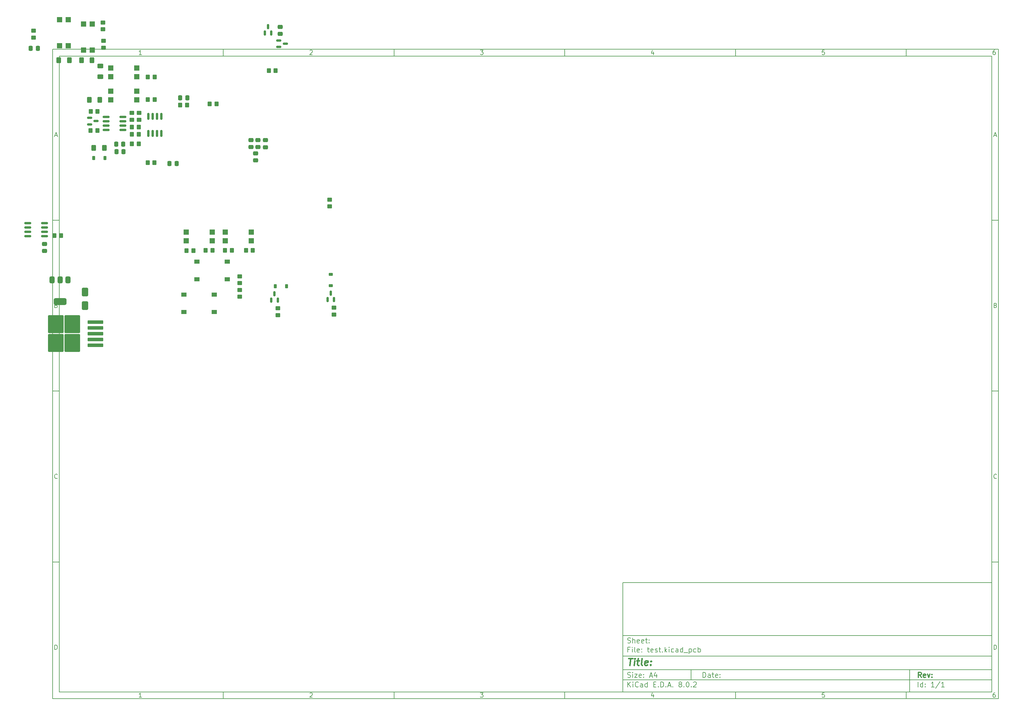
<source format=gbr>
%TF.GenerationSoftware,KiCad,Pcbnew,8.0.2-8.0.2-0~ubuntu22.04.1*%
%TF.CreationDate,2024-05-24T20:00:57+03:30*%
%TF.ProjectId,test,74657374-2e6b-4696-9361-645f70636258,rev?*%
%TF.SameCoordinates,Original*%
%TF.FileFunction,Paste,Bot*%
%TF.FilePolarity,Positive*%
%FSLAX46Y46*%
G04 Gerber Fmt 4.6, Leading zero omitted, Abs format (unit mm)*
G04 Created by KiCad (PCBNEW 8.0.2-8.0.2-0~ubuntu22.04.1) date 2024-05-24 20:00:57*
%MOMM*%
%LPD*%
G01*
G04 APERTURE LIST*
G04 Aperture macros list*
%AMRoundRect*
0 Rectangle with rounded corners*
0 $1 Rounding radius*
0 $2 $3 $4 $5 $6 $7 $8 $9 X,Y pos of 4 corners*
0 Add a 4 corners polygon primitive as box body*
4,1,4,$2,$3,$4,$5,$6,$7,$8,$9,$2,$3,0*
0 Add four circle primitives for the rounded corners*
1,1,$1+$1,$2,$3*
1,1,$1+$1,$4,$5*
1,1,$1+$1,$6,$7*
1,1,$1+$1,$8,$9*
0 Add four rect primitives between the rounded corners*
20,1,$1+$1,$2,$3,$4,$5,0*
20,1,$1+$1,$4,$5,$6,$7,0*
20,1,$1+$1,$6,$7,$8,$9,0*
20,1,$1+$1,$8,$9,$2,$3,0*%
G04 Aperture macros list end*
%ADD10C,0.100000*%
%ADD11C,0.150000*%
%ADD12C,0.300000*%
%ADD13C,0.400000*%
%ADD14RoundRect,0.375000X-0.375000X0.625000X-0.375000X-0.625000X0.375000X-0.625000X0.375000X0.625000X0*%
%ADD15RoundRect,0.500000X-1.400000X0.500000X-1.400000X-0.500000X1.400000X-0.500000X1.400000X0.500000X0*%
%ADD16RoundRect,0.250000X-0.450000X0.350000X-0.450000X-0.350000X0.450000X-0.350000X0.450000X0.350000X0*%
%ADD17RoundRect,0.150000X-0.587500X-0.150000X0.587500X-0.150000X0.587500X0.150000X-0.587500X0.150000X0*%
%ADD18R,1.600000X1.600000*%
%ADD19RoundRect,0.250000X0.450000X-0.350000X0.450000X0.350000X-0.450000X0.350000X-0.450000X-0.350000X0*%
%ADD20R,1.500000X1.300000*%
%ADD21RoundRect,0.250000X-0.400000X-0.625000X0.400000X-0.625000X0.400000X0.625000X-0.400000X0.625000X0*%
%ADD22RoundRect,0.250000X0.350000X0.450000X-0.350000X0.450000X-0.350000X-0.450000X0.350000X-0.450000X0*%
%ADD23RoundRect,0.225000X-0.375000X0.225000X-0.375000X-0.225000X0.375000X-0.225000X0.375000X0.225000X0*%
%ADD24RoundRect,0.250000X0.337500X0.475000X-0.337500X0.475000X-0.337500X-0.475000X0.337500X-0.475000X0*%
%ADD25RoundRect,0.150000X0.150000X-0.587500X0.150000X0.587500X-0.150000X0.587500X-0.150000X-0.587500X0*%
%ADD26RoundRect,0.250000X0.475000X-0.337500X0.475000X0.337500X-0.475000X0.337500X-0.475000X-0.337500X0*%
%ADD27RoundRect,0.150000X-0.825000X-0.150000X0.825000X-0.150000X0.825000X0.150000X-0.825000X0.150000X0*%
%ADD28RoundRect,0.250000X-0.625000X0.400000X-0.625000X-0.400000X0.625000X-0.400000X0.625000X0.400000X0*%
%ADD29RoundRect,0.250000X2.050000X0.300000X-2.050000X0.300000X-2.050000X-0.300000X2.050000X-0.300000X0*%
%ADD30RoundRect,0.250000X2.025000X2.375000X-2.025000X2.375000X-2.025000X-2.375000X2.025000X-2.375000X0*%
%ADD31RoundRect,0.250000X-0.350000X-0.450000X0.350000X-0.450000X0.350000X0.450000X-0.350000X0.450000X0*%
%ADD32RoundRect,0.225000X0.225000X0.375000X-0.225000X0.375000X-0.225000X-0.375000X0.225000X-0.375000X0*%
%ADD33RoundRect,0.250000X0.400000X0.625000X-0.400000X0.625000X-0.400000X-0.625000X0.400000X-0.625000X0*%
%ADD34RoundRect,0.250000X-0.475000X0.337500X-0.475000X-0.337500X0.475000X-0.337500X0.475000X0.337500X0*%
%ADD35RoundRect,0.250000X-0.337500X-0.475000X0.337500X-0.475000X0.337500X0.475000X-0.337500X0.475000X0*%
%ADD36RoundRect,0.225000X-0.225000X-0.375000X0.225000X-0.375000X0.225000X0.375000X-0.225000X0.375000X0*%
%ADD37RoundRect,0.150000X-0.150000X0.825000X-0.150000X-0.825000X0.150000X-0.825000X0.150000X0.825000X0*%
%ADD38RoundRect,0.150000X0.825000X0.150000X-0.825000X0.150000X-0.825000X-0.150000X0.825000X-0.150000X0*%
%ADD39RoundRect,0.250000X0.650000X-1.000000X0.650000X1.000000X-0.650000X1.000000X-0.650000X-1.000000X0*%
G04 APERTURE END LIST*
D10*
D11*
X177002200Y-166007200D02*
X285002200Y-166007200D01*
X285002200Y-198007200D01*
X177002200Y-198007200D01*
X177002200Y-166007200D01*
D10*
D11*
X10000000Y-10000000D02*
X287002200Y-10000000D01*
X287002200Y-200007200D01*
X10000000Y-200007200D01*
X10000000Y-10000000D01*
D10*
D11*
X12000000Y-12000000D02*
X285002200Y-12000000D01*
X285002200Y-198007200D01*
X12000000Y-198007200D01*
X12000000Y-12000000D01*
D10*
D11*
X60000000Y-12000000D02*
X60000000Y-10000000D01*
D10*
D11*
X110000000Y-12000000D02*
X110000000Y-10000000D01*
D10*
D11*
X160000000Y-12000000D02*
X160000000Y-10000000D01*
D10*
D11*
X210000000Y-12000000D02*
X210000000Y-10000000D01*
D10*
D11*
X260000000Y-12000000D02*
X260000000Y-10000000D01*
D10*
D11*
X36089160Y-11593604D02*
X35346303Y-11593604D01*
X35717731Y-11593604D02*
X35717731Y-10293604D01*
X35717731Y-10293604D02*
X35593922Y-10479319D01*
X35593922Y-10479319D02*
X35470112Y-10603128D01*
X35470112Y-10603128D02*
X35346303Y-10665033D01*
D10*
D11*
X85346303Y-10417414D02*
X85408207Y-10355509D01*
X85408207Y-10355509D02*
X85532017Y-10293604D01*
X85532017Y-10293604D02*
X85841541Y-10293604D01*
X85841541Y-10293604D02*
X85965350Y-10355509D01*
X85965350Y-10355509D02*
X86027255Y-10417414D01*
X86027255Y-10417414D02*
X86089160Y-10541223D01*
X86089160Y-10541223D02*
X86089160Y-10665033D01*
X86089160Y-10665033D02*
X86027255Y-10850747D01*
X86027255Y-10850747D02*
X85284398Y-11593604D01*
X85284398Y-11593604D02*
X86089160Y-11593604D01*
D10*
D11*
X135284398Y-10293604D02*
X136089160Y-10293604D01*
X136089160Y-10293604D02*
X135655826Y-10788842D01*
X135655826Y-10788842D02*
X135841541Y-10788842D01*
X135841541Y-10788842D02*
X135965350Y-10850747D01*
X135965350Y-10850747D02*
X136027255Y-10912652D01*
X136027255Y-10912652D02*
X136089160Y-11036461D01*
X136089160Y-11036461D02*
X136089160Y-11345985D01*
X136089160Y-11345985D02*
X136027255Y-11469795D01*
X136027255Y-11469795D02*
X135965350Y-11531700D01*
X135965350Y-11531700D02*
X135841541Y-11593604D01*
X135841541Y-11593604D02*
X135470112Y-11593604D01*
X135470112Y-11593604D02*
X135346303Y-11531700D01*
X135346303Y-11531700D02*
X135284398Y-11469795D01*
D10*
D11*
X185965350Y-10726938D02*
X185965350Y-11593604D01*
X185655826Y-10231700D02*
X185346303Y-11160271D01*
X185346303Y-11160271D02*
X186151064Y-11160271D01*
D10*
D11*
X236027255Y-10293604D02*
X235408207Y-10293604D01*
X235408207Y-10293604D02*
X235346303Y-10912652D01*
X235346303Y-10912652D02*
X235408207Y-10850747D01*
X235408207Y-10850747D02*
X235532017Y-10788842D01*
X235532017Y-10788842D02*
X235841541Y-10788842D01*
X235841541Y-10788842D02*
X235965350Y-10850747D01*
X235965350Y-10850747D02*
X236027255Y-10912652D01*
X236027255Y-10912652D02*
X236089160Y-11036461D01*
X236089160Y-11036461D02*
X236089160Y-11345985D01*
X236089160Y-11345985D02*
X236027255Y-11469795D01*
X236027255Y-11469795D02*
X235965350Y-11531700D01*
X235965350Y-11531700D02*
X235841541Y-11593604D01*
X235841541Y-11593604D02*
X235532017Y-11593604D01*
X235532017Y-11593604D02*
X235408207Y-11531700D01*
X235408207Y-11531700D02*
X235346303Y-11469795D01*
D10*
D11*
X285965350Y-10293604D02*
X285717731Y-10293604D01*
X285717731Y-10293604D02*
X285593922Y-10355509D01*
X285593922Y-10355509D02*
X285532017Y-10417414D01*
X285532017Y-10417414D02*
X285408207Y-10603128D01*
X285408207Y-10603128D02*
X285346303Y-10850747D01*
X285346303Y-10850747D02*
X285346303Y-11345985D01*
X285346303Y-11345985D02*
X285408207Y-11469795D01*
X285408207Y-11469795D02*
X285470112Y-11531700D01*
X285470112Y-11531700D02*
X285593922Y-11593604D01*
X285593922Y-11593604D02*
X285841541Y-11593604D01*
X285841541Y-11593604D02*
X285965350Y-11531700D01*
X285965350Y-11531700D02*
X286027255Y-11469795D01*
X286027255Y-11469795D02*
X286089160Y-11345985D01*
X286089160Y-11345985D02*
X286089160Y-11036461D01*
X286089160Y-11036461D02*
X286027255Y-10912652D01*
X286027255Y-10912652D02*
X285965350Y-10850747D01*
X285965350Y-10850747D02*
X285841541Y-10788842D01*
X285841541Y-10788842D02*
X285593922Y-10788842D01*
X285593922Y-10788842D02*
X285470112Y-10850747D01*
X285470112Y-10850747D02*
X285408207Y-10912652D01*
X285408207Y-10912652D02*
X285346303Y-11036461D01*
D10*
D11*
X60000000Y-198007200D02*
X60000000Y-200007200D01*
D10*
D11*
X110000000Y-198007200D02*
X110000000Y-200007200D01*
D10*
D11*
X160000000Y-198007200D02*
X160000000Y-200007200D01*
D10*
D11*
X210000000Y-198007200D02*
X210000000Y-200007200D01*
D10*
D11*
X260000000Y-198007200D02*
X260000000Y-200007200D01*
D10*
D11*
X36089160Y-199600804D02*
X35346303Y-199600804D01*
X35717731Y-199600804D02*
X35717731Y-198300804D01*
X35717731Y-198300804D02*
X35593922Y-198486519D01*
X35593922Y-198486519D02*
X35470112Y-198610328D01*
X35470112Y-198610328D02*
X35346303Y-198672233D01*
D10*
D11*
X85346303Y-198424614D02*
X85408207Y-198362709D01*
X85408207Y-198362709D02*
X85532017Y-198300804D01*
X85532017Y-198300804D02*
X85841541Y-198300804D01*
X85841541Y-198300804D02*
X85965350Y-198362709D01*
X85965350Y-198362709D02*
X86027255Y-198424614D01*
X86027255Y-198424614D02*
X86089160Y-198548423D01*
X86089160Y-198548423D02*
X86089160Y-198672233D01*
X86089160Y-198672233D02*
X86027255Y-198857947D01*
X86027255Y-198857947D02*
X85284398Y-199600804D01*
X85284398Y-199600804D02*
X86089160Y-199600804D01*
D10*
D11*
X135284398Y-198300804D02*
X136089160Y-198300804D01*
X136089160Y-198300804D02*
X135655826Y-198796042D01*
X135655826Y-198796042D02*
X135841541Y-198796042D01*
X135841541Y-198796042D02*
X135965350Y-198857947D01*
X135965350Y-198857947D02*
X136027255Y-198919852D01*
X136027255Y-198919852D02*
X136089160Y-199043661D01*
X136089160Y-199043661D02*
X136089160Y-199353185D01*
X136089160Y-199353185D02*
X136027255Y-199476995D01*
X136027255Y-199476995D02*
X135965350Y-199538900D01*
X135965350Y-199538900D02*
X135841541Y-199600804D01*
X135841541Y-199600804D02*
X135470112Y-199600804D01*
X135470112Y-199600804D02*
X135346303Y-199538900D01*
X135346303Y-199538900D02*
X135284398Y-199476995D01*
D10*
D11*
X185965350Y-198734138D02*
X185965350Y-199600804D01*
X185655826Y-198238900D02*
X185346303Y-199167471D01*
X185346303Y-199167471D02*
X186151064Y-199167471D01*
D10*
D11*
X236027255Y-198300804D02*
X235408207Y-198300804D01*
X235408207Y-198300804D02*
X235346303Y-198919852D01*
X235346303Y-198919852D02*
X235408207Y-198857947D01*
X235408207Y-198857947D02*
X235532017Y-198796042D01*
X235532017Y-198796042D02*
X235841541Y-198796042D01*
X235841541Y-198796042D02*
X235965350Y-198857947D01*
X235965350Y-198857947D02*
X236027255Y-198919852D01*
X236027255Y-198919852D02*
X236089160Y-199043661D01*
X236089160Y-199043661D02*
X236089160Y-199353185D01*
X236089160Y-199353185D02*
X236027255Y-199476995D01*
X236027255Y-199476995D02*
X235965350Y-199538900D01*
X235965350Y-199538900D02*
X235841541Y-199600804D01*
X235841541Y-199600804D02*
X235532017Y-199600804D01*
X235532017Y-199600804D02*
X235408207Y-199538900D01*
X235408207Y-199538900D02*
X235346303Y-199476995D01*
D10*
D11*
X285965350Y-198300804D02*
X285717731Y-198300804D01*
X285717731Y-198300804D02*
X285593922Y-198362709D01*
X285593922Y-198362709D02*
X285532017Y-198424614D01*
X285532017Y-198424614D02*
X285408207Y-198610328D01*
X285408207Y-198610328D02*
X285346303Y-198857947D01*
X285346303Y-198857947D02*
X285346303Y-199353185D01*
X285346303Y-199353185D02*
X285408207Y-199476995D01*
X285408207Y-199476995D02*
X285470112Y-199538900D01*
X285470112Y-199538900D02*
X285593922Y-199600804D01*
X285593922Y-199600804D02*
X285841541Y-199600804D01*
X285841541Y-199600804D02*
X285965350Y-199538900D01*
X285965350Y-199538900D02*
X286027255Y-199476995D01*
X286027255Y-199476995D02*
X286089160Y-199353185D01*
X286089160Y-199353185D02*
X286089160Y-199043661D01*
X286089160Y-199043661D02*
X286027255Y-198919852D01*
X286027255Y-198919852D02*
X285965350Y-198857947D01*
X285965350Y-198857947D02*
X285841541Y-198796042D01*
X285841541Y-198796042D02*
X285593922Y-198796042D01*
X285593922Y-198796042D02*
X285470112Y-198857947D01*
X285470112Y-198857947D02*
X285408207Y-198919852D01*
X285408207Y-198919852D02*
X285346303Y-199043661D01*
D10*
D11*
X10000000Y-60000000D02*
X12000000Y-60000000D01*
D10*
D11*
X10000000Y-110000000D02*
X12000000Y-110000000D01*
D10*
D11*
X10000000Y-160000000D02*
X12000000Y-160000000D01*
D10*
D11*
X10690476Y-35222176D02*
X11309523Y-35222176D01*
X10566666Y-35593604D02*
X10999999Y-34293604D01*
X10999999Y-34293604D02*
X11433333Y-35593604D01*
D10*
D11*
X11092857Y-84912652D02*
X11278571Y-84974557D01*
X11278571Y-84974557D02*
X11340476Y-85036461D01*
X11340476Y-85036461D02*
X11402380Y-85160271D01*
X11402380Y-85160271D02*
X11402380Y-85345985D01*
X11402380Y-85345985D02*
X11340476Y-85469795D01*
X11340476Y-85469795D02*
X11278571Y-85531700D01*
X11278571Y-85531700D02*
X11154761Y-85593604D01*
X11154761Y-85593604D02*
X10659523Y-85593604D01*
X10659523Y-85593604D02*
X10659523Y-84293604D01*
X10659523Y-84293604D02*
X11092857Y-84293604D01*
X11092857Y-84293604D02*
X11216666Y-84355509D01*
X11216666Y-84355509D02*
X11278571Y-84417414D01*
X11278571Y-84417414D02*
X11340476Y-84541223D01*
X11340476Y-84541223D02*
X11340476Y-84665033D01*
X11340476Y-84665033D02*
X11278571Y-84788842D01*
X11278571Y-84788842D02*
X11216666Y-84850747D01*
X11216666Y-84850747D02*
X11092857Y-84912652D01*
X11092857Y-84912652D02*
X10659523Y-84912652D01*
D10*
D11*
X11402380Y-135469795D02*
X11340476Y-135531700D01*
X11340476Y-135531700D02*
X11154761Y-135593604D01*
X11154761Y-135593604D02*
X11030952Y-135593604D01*
X11030952Y-135593604D02*
X10845238Y-135531700D01*
X10845238Y-135531700D02*
X10721428Y-135407890D01*
X10721428Y-135407890D02*
X10659523Y-135284080D01*
X10659523Y-135284080D02*
X10597619Y-135036461D01*
X10597619Y-135036461D02*
X10597619Y-134850747D01*
X10597619Y-134850747D02*
X10659523Y-134603128D01*
X10659523Y-134603128D02*
X10721428Y-134479319D01*
X10721428Y-134479319D02*
X10845238Y-134355509D01*
X10845238Y-134355509D02*
X11030952Y-134293604D01*
X11030952Y-134293604D02*
X11154761Y-134293604D01*
X11154761Y-134293604D02*
X11340476Y-134355509D01*
X11340476Y-134355509D02*
X11402380Y-134417414D01*
D10*
D11*
X10659523Y-185593604D02*
X10659523Y-184293604D01*
X10659523Y-184293604D02*
X10969047Y-184293604D01*
X10969047Y-184293604D02*
X11154761Y-184355509D01*
X11154761Y-184355509D02*
X11278571Y-184479319D01*
X11278571Y-184479319D02*
X11340476Y-184603128D01*
X11340476Y-184603128D02*
X11402380Y-184850747D01*
X11402380Y-184850747D02*
X11402380Y-185036461D01*
X11402380Y-185036461D02*
X11340476Y-185284080D01*
X11340476Y-185284080D02*
X11278571Y-185407890D01*
X11278571Y-185407890D02*
X11154761Y-185531700D01*
X11154761Y-185531700D02*
X10969047Y-185593604D01*
X10969047Y-185593604D02*
X10659523Y-185593604D01*
D10*
D11*
X287002200Y-60000000D02*
X285002200Y-60000000D01*
D10*
D11*
X287002200Y-110000000D02*
X285002200Y-110000000D01*
D10*
D11*
X287002200Y-160000000D02*
X285002200Y-160000000D01*
D10*
D11*
X285692676Y-35222176D02*
X286311723Y-35222176D01*
X285568866Y-35593604D02*
X286002199Y-34293604D01*
X286002199Y-34293604D02*
X286435533Y-35593604D01*
D10*
D11*
X286095057Y-84912652D02*
X286280771Y-84974557D01*
X286280771Y-84974557D02*
X286342676Y-85036461D01*
X286342676Y-85036461D02*
X286404580Y-85160271D01*
X286404580Y-85160271D02*
X286404580Y-85345985D01*
X286404580Y-85345985D02*
X286342676Y-85469795D01*
X286342676Y-85469795D02*
X286280771Y-85531700D01*
X286280771Y-85531700D02*
X286156961Y-85593604D01*
X286156961Y-85593604D02*
X285661723Y-85593604D01*
X285661723Y-85593604D02*
X285661723Y-84293604D01*
X285661723Y-84293604D02*
X286095057Y-84293604D01*
X286095057Y-84293604D02*
X286218866Y-84355509D01*
X286218866Y-84355509D02*
X286280771Y-84417414D01*
X286280771Y-84417414D02*
X286342676Y-84541223D01*
X286342676Y-84541223D02*
X286342676Y-84665033D01*
X286342676Y-84665033D02*
X286280771Y-84788842D01*
X286280771Y-84788842D02*
X286218866Y-84850747D01*
X286218866Y-84850747D02*
X286095057Y-84912652D01*
X286095057Y-84912652D02*
X285661723Y-84912652D01*
D10*
D11*
X286404580Y-135469795D02*
X286342676Y-135531700D01*
X286342676Y-135531700D02*
X286156961Y-135593604D01*
X286156961Y-135593604D02*
X286033152Y-135593604D01*
X286033152Y-135593604D02*
X285847438Y-135531700D01*
X285847438Y-135531700D02*
X285723628Y-135407890D01*
X285723628Y-135407890D02*
X285661723Y-135284080D01*
X285661723Y-135284080D02*
X285599819Y-135036461D01*
X285599819Y-135036461D02*
X285599819Y-134850747D01*
X285599819Y-134850747D02*
X285661723Y-134603128D01*
X285661723Y-134603128D02*
X285723628Y-134479319D01*
X285723628Y-134479319D02*
X285847438Y-134355509D01*
X285847438Y-134355509D02*
X286033152Y-134293604D01*
X286033152Y-134293604D02*
X286156961Y-134293604D01*
X286156961Y-134293604D02*
X286342676Y-134355509D01*
X286342676Y-134355509D02*
X286404580Y-134417414D01*
D10*
D11*
X285661723Y-185593604D02*
X285661723Y-184293604D01*
X285661723Y-184293604D02*
X285971247Y-184293604D01*
X285971247Y-184293604D02*
X286156961Y-184355509D01*
X286156961Y-184355509D02*
X286280771Y-184479319D01*
X286280771Y-184479319D02*
X286342676Y-184603128D01*
X286342676Y-184603128D02*
X286404580Y-184850747D01*
X286404580Y-184850747D02*
X286404580Y-185036461D01*
X286404580Y-185036461D02*
X286342676Y-185284080D01*
X286342676Y-185284080D02*
X286280771Y-185407890D01*
X286280771Y-185407890D02*
X286156961Y-185531700D01*
X286156961Y-185531700D02*
X285971247Y-185593604D01*
X285971247Y-185593604D02*
X285661723Y-185593604D01*
D10*
D11*
X200458026Y-193793328D02*
X200458026Y-192293328D01*
X200458026Y-192293328D02*
X200815169Y-192293328D01*
X200815169Y-192293328D02*
X201029455Y-192364757D01*
X201029455Y-192364757D02*
X201172312Y-192507614D01*
X201172312Y-192507614D02*
X201243741Y-192650471D01*
X201243741Y-192650471D02*
X201315169Y-192936185D01*
X201315169Y-192936185D02*
X201315169Y-193150471D01*
X201315169Y-193150471D02*
X201243741Y-193436185D01*
X201243741Y-193436185D02*
X201172312Y-193579042D01*
X201172312Y-193579042D02*
X201029455Y-193721900D01*
X201029455Y-193721900D02*
X200815169Y-193793328D01*
X200815169Y-193793328D02*
X200458026Y-193793328D01*
X202600884Y-193793328D02*
X202600884Y-193007614D01*
X202600884Y-193007614D02*
X202529455Y-192864757D01*
X202529455Y-192864757D02*
X202386598Y-192793328D01*
X202386598Y-192793328D02*
X202100884Y-192793328D01*
X202100884Y-192793328D02*
X201958026Y-192864757D01*
X202600884Y-193721900D02*
X202458026Y-193793328D01*
X202458026Y-193793328D02*
X202100884Y-193793328D01*
X202100884Y-193793328D02*
X201958026Y-193721900D01*
X201958026Y-193721900D02*
X201886598Y-193579042D01*
X201886598Y-193579042D02*
X201886598Y-193436185D01*
X201886598Y-193436185D02*
X201958026Y-193293328D01*
X201958026Y-193293328D02*
X202100884Y-193221900D01*
X202100884Y-193221900D02*
X202458026Y-193221900D01*
X202458026Y-193221900D02*
X202600884Y-193150471D01*
X203100884Y-192793328D02*
X203672312Y-192793328D01*
X203315169Y-192293328D02*
X203315169Y-193579042D01*
X203315169Y-193579042D02*
X203386598Y-193721900D01*
X203386598Y-193721900D02*
X203529455Y-193793328D01*
X203529455Y-193793328D02*
X203672312Y-193793328D01*
X204743741Y-193721900D02*
X204600884Y-193793328D01*
X204600884Y-193793328D02*
X204315170Y-193793328D01*
X204315170Y-193793328D02*
X204172312Y-193721900D01*
X204172312Y-193721900D02*
X204100884Y-193579042D01*
X204100884Y-193579042D02*
X204100884Y-193007614D01*
X204100884Y-193007614D02*
X204172312Y-192864757D01*
X204172312Y-192864757D02*
X204315170Y-192793328D01*
X204315170Y-192793328D02*
X204600884Y-192793328D01*
X204600884Y-192793328D02*
X204743741Y-192864757D01*
X204743741Y-192864757D02*
X204815170Y-193007614D01*
X204815170Y-193007614D02*
X204815170Y-193150471D01*
X204815170Y-193150471D02*
X204100884Y-193293328D01*
X205458026Y-193650471D02*
X205529455Y-193721900D01*
X205529455Y-193721900D02*
X205458026Y-193793328D01*
X205458026Y-193793328D02*
X205386598Y-193721900D01*
X205386598Y-193721900D02*
X205458026Y-193650471D01*
X205458026Y-193650471D02*
X205458026Y-193793328D01*
X205458026Y-192864757D02*
X205529455Y-192936185D01*
X205529455Y-192936185D02*
X205458026Y-193007614D01*
X205458026Y-193007614D02*
X205386598Y-192936185D01*
X205386598Y-192936185D02*
X205458026Y-192864757D01*
X205458026Y-192864757D02*
X205458026Y-193007614D01*
D10*
D11*
X177002200Y-194507200D02*
X285002200Y-194507200D01*
D10*
D11*
X178458026Y-196593328D02*
X178458026Y-195093328D01*
X179315169Y-196593328D02*
X178672312Y-195736185D01*
X179315169Y-195093328D02*
X178458026Y-195950471D01*
X179958026Y-196593328D02*
X179958026Y-195593328D01*
X179958026Y-195093328D02*
X179886598Y-195164757D01*
X179886598Y-195164757D02*
X179958026Y-195236185D01*
X179958026Y-195236185D02*
X180029455Y-195164757D01*
X180029455Y-195164757D02*
X179958026Y-195093328D01*
X179958026Y-195093328D02*
X179958026Y-195236185D01*
X181529455Y-196450471D02*
X181458027Y-196521900D01*
X181458027Y-196521900D02*
X181243741Y-196593328D01*
X181243741Y-196593328D02*
X181100884Y-196593328D01*
X181100884Y-196593328D02*
X180886598Y-196521900D01*
X180886598Y-196521900D02*
X180743741Y-196379042D01*
X180743741Y-196379042D02*
X180672312Y-196236185D01*
X180672312Y-196236185D02*
X180600884Y-195950471D01*
X180600884Y-195950471D02*
X180600884Y-195736185D01*
X180600884Y-195736185D02*
X180672312Y-195450471D01*
X180672312Y-195450471D02*
X180743741Y-195307614D01*
X180743741Y-195307614D02*
X180886598Y-195164757D01*
X180886598Y-195164757D02*
X181100884Y-195093328D01*
X181100884Y-195093328D02*
X181243741Y-195093328D01*
X181243741Y-195093328D02*
X181458027Y-195164757D01*
X181458027Y-195164757D02*
X181529455Y-195236185D01*
X182815170Y-196593328D02*
X182815170Y-195807614D01*
X182815170Y-195807614D02*
X182743741Y-195664757D01*
X182743741Y-195664757D02*
X182600884Y-195593328D01*
X182600884Y-195593328D02*
X182315170Y-195593328D01*
X182315170Y-195593328D02*
X182172312Y-195664757D01*
X182815170Y-196521900D02*
X182672312Y-196593328D01*
X182672312Y-196593328D02*
X182315170Y-196593328D01*
X182315170Y-196593328D02*
X182172312Y-196521900D01*
X182172312Y-196521900D02*
X182100884Y-196379042D01*
X182100884Y-196379042D02*
X182100884Y-196236185D01*
X182100884Y-196236185D02*
X182172312Y-196093328D01*
X182172312Y-196093328D02*
X182315170Y-196021900D01*
X182315170Y-196021900D02*
X182672312Y-196021900D01*
X182672312Y-196021900D02*
X182815170Y-195950471D01*
X184172313Y-196593328D02*
X184172313Y-195093328D01*
X184172313Y-196521900D02*
X184029455Y-196593328D01*
X184029455Y-196593328D02*
X183743741Y-196593328D01*
X183743741Y-196593328D02*
X183600884Y-196521900D01*
X183600884Y-196521900D02*
X183529455Y-196450471D01*
X183529455Y-196450471D02*
X183458027Y-196307614D01*
X183458027Y-196307614D02*
X183458027Y-195879042D01*
X183458027Y-195879042D02*
X183529455Y-195736185D01*
X183529455Y-195736185D02*
X183600884Y-195664757D01*
X183600884Y-195664757D02*
X183743741Y-195593328D01*
X183743741Y-195593328D02*
X184029455Y-195593328D01*
X184029455Y-195593328D02*
X184172313Y-195664757D01*
X186029455Y-195807614D02*
X186529455Y-195807614D01*
X186743741Y-196593328D02*
X186029455Y-196593328D01*
X186029455Y-196593328D02*
X186029455Y-195093328D01*
X186029455Y-195093328D02*
X186743741Y-195093328D01*
X187386598Y-196450471D02*
X187458027Y-196521900D01*
X187458027Y-196521900D02*
X187386598Y-196593328D01*
X187386598Y-196593328D02*
X187315170Y-196521900D01*
X187315170Y-196521900D02*
X187386598Y-196450471D01*
X187386598Y-196450471D02*
X187386598Y-196593328D01*
X188100884Y-196593328D02*
X188100884Y-195093328D01*
X188100884Y-195093328D02*
X188458027Y-195093328D01*
X188458027Y-195093328D02*
X188672313Y-195164757D01*
X188672313Y-195164757D02*
X188815170Y-195307614D01*
X188815170Y-195307614D02*
X188886599Y-195450471D01*
X188886599Y-195450471D02*
X188958027Y-195736185D01*
X188958027Y-195736185D02*
X188958027Y-195950471D01*
X188958027Y-195950471D02*
X188886599Y-196236185D01*
X188886599Y-196236185D02*
X188815170Y-196379042D01*
X188815170Y-196379042D02*
X188672313Y-196521900D01*
X188672313Y-196521900D02*
X188458027Y-196593328D01*
X188458027Y-196593328D02*
X188100884Y-196593328D01*
X189600884Y-196450471D02*
X189672313Y-196521900D01*
X189672313Y-196521900D02*
X189600884Y-196593328D01*
X189600884Y-196593328D02*
X189529456Y-196521900D01*
X189529456Y-196521900D02*
X189600884Y-196450471D01*
X189600884Y-196450471D02*
X189600884Y-196593328D01*
X190243742Y-196164757D02*
X190958028Y-196164757D01*
X190100885Y-196593328D02*
X190600885Y-195093328D01*
X190600885Y-195093328D02*
X191100885Y-196593328D01*
X191600884Y-196450471D02*
X191672313Y-196521900D01*
X191672313Y-196521900D02*
X191600884Y-196593328D01*
X191600884Y-196593328D02*
X191529456Y-196521900D01*
X191529456Y-196521900D02*
X191600884Y-196450471D01*
X191600884Y-196450471D02*
X191600884Y-196593328D01*
X193672313Y-195736185D02*
X193529456Y-195664757D01*
X193529456Y-195664757D02*
X193458027Y-195593328D01*
X193458027Y-195593328D02*
X193386599Y-195450471D01*
X193386599Y-195450471D02*
X193386599Y-195379042D01*
X193386599Y-195379042D02*
X193458027Y-195236185D01*
X193458027Y-195236185D02*
X193529456Y-195164757D01*
X193529456Y-195164757D02*
X193672313Y-195093328D01*
X193672313Y-195093328D02*
X193958027Y-195093328D01*
X193958027Y-195093328D02*
X194100885Y-195164757D01*
X194100885Y-195164757D02*
X194172313Y-195236185D01*
X194172313Y-195236185D02*
X194243742Y-195379042D01*
X194243742Y-195379042D02*
X194243742Y-195450471D01*
X194243742Y-195450471D02*
X194172313Y-195593328D01*
X194172313Y-195593328D02*
X194100885Y-195664757D01*
X194100885Y-195664757D02*
X193958027Y-195736185D01*
X193958027Y-195736185D02*
X193672313Y-195736185D01*
X193672313Y-195736185D02*
X193529456Y-195807614D01*
X193529456Y-195807614D02*
X193458027Y-195879042D01*
X193458027Y-195879042D02*
X193386599Y-196021900D01*
X193386599Y-196021900D02*
X193386599Y-196307614D01*
X193386599Y-196307614D02*
X193458027Y-196450471D01*
X193458027Y-196450471D02*
X193529456Y-196521900D01*
X193529456Y-196521900D02*
X193672313Y-196593328D01*
X193672313Y-196593328D02*
X193958027Y-196593328D01*
X193958027Y-196593328D02*
X194100885Y-196521900D01*
X194100885Y-196521900D02*
X194172313Y-196450471D01*
X194172313Y-196450471D02*
X194243742Y-196307614D01*
X194243742Y-196307614D02*
X194243742Y-196021900D01*
X194243742Y-196021900D02*
X194172313Y-195879042D01*
X194172313Y-195879042D02*
X194100885Y-195807614D01*
X194100885Y-195807614D02*
X193958027Y-195736185D01*
X194886598Y-196450471D02*
X194958027Y-196521900D01*
X194958027Y-196521900D02*
X194886598Y-196593328D01*
X194886598Y-196593328D02*
X194815170Y-196521900D01*
X194815170Y-196521900D02*
X194886598Y-196450471D01*
X194886598Y-196450471D02*
X194886598Y-196593328D01*
X195886599Y-195093328D02*
X196029456Y-195093328D01*
X196029456Y-195093328D02*
X196172313Y-195164757D01*
X196172313Y-195164757D02*
X196243742Y-195236185D01*
X196243742Y-195236185D02*
X196315170Y-195379042D01*
X196315170Y-195379042D02*
X196386599Y-195664757D01*
X196386599Y-195664757D02*
X196386599Y-196021900D01*
X196386599Y-196021900D02*
X196315170Y-196307614D01*
X196315170Y-196307614D02*
X196243742Y-196450471D01*
X196243742Y-196450471D02*
X196172313Y-196521900D01*
X196172313Y-196521900D02*
X196029456Y-196593328D01*
X196029456Y-196593328D02*
X195886599Y-196593328D01*
X195886599Y-196593328D02*
X195743742Y-196521900D01*
X195743742Y-196521900D02*
X195672313Y-196450471D01*
X195672313Y-196450471D02*
X195600884Y-196307614D01*
X195600884Y-196307614D02*
X195529456Y-196021900D01*
X195529456Y-196021900D02*
X195529456Y-195664757D01*
X195529456Y-195664757D02*
X195600884Y-195379042D01*
X195600884Y-195379042D02*
X195672313Y-195236185D01*
X195672313Y-195236185D02*
X195743742Y-195164757D01*
X195743742Y-195164757D02*
X195886599Y-195093328D01*
X197029455Y-196450471D02*
X197100884Y-196521900D01*
X197100884Y-196521900D02*
X197029455Y-196593328D01*
X197029455Y-196593328D02*
X196958027Y-196521900D01*
X196958027Y-196521900D02*
X197029455Y-196450471D01*
X197029455Y-196450471D02*
X197029455Y-196593328D01*
X197672313Y-195236185D02*
X197743741Y-195164757D01*
X197743741Y-195164757D02*
X197886599Y-195093328D01*
X197886599Y-195093328D02*
X198243741Y-195093328D01*
X198243741Y-195093328D02*
X198386599Y-195164757D01*
X198386599Y-195164757D02*
X198458027Y-195236185D01*
X198458027Y-195236185D02*
X198529456Y-195379042D01*
X198529456Y-195379042D02*
X198529456Y-195521900D01*
X198529456Y-195521900D02*
X198458027Y-195736185D01*
X198458027Y-195736185D02*
X197600884Y-196593328D01*
X197600884Y-196593328D02*
X198529456Y-196593328D01*
D10*
D11*
X177002200Y-191507200D02*
X285002200Y-191507200D01*
D10*
D12*
X264413853Y-193785528D02*
X263913853Y-193071242D01*
X263556710Y-193785528D02*
X263556710Y-192285528D01*
X263556710Y-192285528D02*
X264128139Y-192285528D01*
X264128139Y-192285528D02*
X264270996Y-192356957D01*
X264270996Y-192356957D02*
X264342425Y-192428385D01*
X264342425Y-192428385D02*
X264413853Y-192571242D01*
X264413853Y-192571242D02*
X264413853Y-192785528D01*
X264413853Y-192785528D02*
X264342425Y-192928385D01*
X264342425Y-192928385D02*
X264270996Y-192999814D01*
X264270996Y-192999814D02*
X264128139Y-193071242D01*
X264128139Y-193071242D02*
X263556710Y-193071242D01*
X265628139Y-193714100D02*
X265485282Y-193785528D01*
X265485282Y-193785528D02*
X265199568Y-193785528D01*
X265199568Y-193785528D02*
X265056710Y-193714100D01*
X265056710Y-193714100D02*
X264985282Y-193571242D01*
X264985282Y-193571242D02*
X264985282Y-192999814D01*
X264985282Y-192999814D02*
X265056710Y-192856957D01*
X265056710Y-192856957D02*
X265199568Y-192785528D01*
X265199568Y-192785528D02*
X265485282Y-192785528D01*
X265485282Y-192785528D02*
X265628139Y-192856957D01*
X265628139Y-192856957D02*
X265699568Y-192999814D01*
X265699568Y-192999814D02*
X265699568Y-193142671D01*
X265699568Y-193142671D02*
X264985282Y-193285528D01*
X266199567Y-192785528D02*
X266556710Y-193785528D01*
X266556710Y-193785528D02*
X266913853Y-192785528D01*
X267485281Y-193642671D02*
X267556710Y-193714100D01*
X267556710Y-193714100D02*
X267485281Y-193785528D01*
X267485281Y-193785528D02*
X267413853Y-193714100D01*
X267413853Y-193714100D02*
X267485281Y-193642671D01*
X267485281Y-193642671D02*
X267485281Y-193785528D01*
X267485281Y-192856957D02*
X267556710Y-192928385D01*
X267556710Y-192928385D02*
X267485281Y-192999814D01*
X267485281Y-192999814D02*
X267413853Y-192928385D01*
X267413853Y-192928385D02*
X267485281Y-192856957D01*
X267485281Y-192856957D02*
X267485281Y-192999814D01*
D10*
D11*
X178386598Y-193721900D02*
X178600884Y-193793328D01*
X178600884Y-193793328D02*
X178958026Y-193793328D01*
X178958026Y-193793328D02*
X179100884Y-193721900D01*
X179100884Y-193721900D02*
X179172312Y-193650471D01*
X179172312Y-193650471D02*
X179243741Y-193507614D01*
X179243741Y-193507614D02*
X179243741Y-193364757D01*
X179243741Y-193364757D02*
X179172312Y-193221900D01*
X179172312Y-193221900D02*
X179100884Y-193150471D01*
X179100884Y-193150471D02*
X178958026Y-193079042D01*
X178958026Y-193079042D02*
X178672312Y-193007614D01*
X178672312Y-193007614D02*
X178529455Y-192936185D01*
X178529455Y-192936185D02*
X178458026Y-192864757D01*
X178458026Y-192864757D02*
X178386598Y-192721900D01*
X178386598Y-192721900D02*
X178386598Y-192579042D01*
X178386598Y-192579042D02*
X178458026Y-192436185D01*
X178458026Y-192436185D02*
X178529455Y-192364757D01*
X178529455Y-192364757D02*
X178672312Y-192293328D01*
X178672312Y-192293328D02*
X179029455Y-192293328D01*
X179029455Y-192293328D02*
X179243741Y-192364757D01*
X179886597Y-193793328D02*
X179886597Y-192793328D01*
X179886597Y-192293328D02*
X179815169Y-192364757D01*
X179815169Y-192364757D02*
X179886597Y-192436185D01*
X179886597Y-192436185D02*
X179958026Y-192364757D01*
X179958026Y-192364757D02*
X179886597Y-192293328D01*
X179886597Y-192293328D02*
X179886597Y-192436185D01*
X180458026Y-192793328D02*
X181243741Y-192793328D01*
X181243741Y-192793328D02*
X180458026Y-193793328D01*
X180458026Y-193793328D02*
X181243741Y-193793328D01*
X182386598Y-193721900D02*
X182243741Y-193793328D01*
X182243741Y-193793328D02*
X181958027Y-193793328D01*
X181958027Y-193793328D02*
X181815169Y-193721900D01*
X181815169Y-193721900D02*
X181743741Y-193579042D01*
X181743741Y-193579042D02*
X181743741Y-193007614D01*
X181743741Y-193007614D02*
X181815169Y-192864757D01*
X181815169Y-192864757D02*
X181958027Y-192793328D01*
X181958027Y-192793328D02*
X182243741Y-192793328D01*
X182243741Y-192793328D02*
X182386598Y-192864757D01*
X182386598Y-192864757D02*
X182458027Y-193007614D01*
X182458027Y-193007614D02*
X182458027Y-193150471D01*
X182458027Y-193150471D02*
X181743741Y-193293328D01*
X183100883Y-193650471D02*
X183172312Y-193721900D01*
X183172312Y-193721900D02*
X183100883Y-193793328D01*
X183100883Y-193793328D02*
X183029455Y-193721900D01*
X183029455Y-193721900D02*
X183100883Y-193650471D01*
X183100883Y-193650471D02*
X183100883Y-193793328D01*
X183100883Y-192864757D02*
X183172312Y-192936185D01*
X183172312Y-192936185D02*
X183100883Y-193007614D01*
X183100883Y-193007614D02*
X183029455Y-192936185D01*
X183029455Y-192936185D02*
X183100883Y-192864757D01*
X183100883Y-192864757D02*
X183100883Y-193007614D01*
X184886598Y-193364757D02*
X185600884Y-193364757D01*
X184743741Y-193793328D02*
X185243741Y-192293328D01*
X185243741Y-192293328D02*
X185743741Y-193793328D01*
X186886598Y-192793328D02*
X186886598Y-193793328D01*
X186529455Y-192221900D02*
X186172312Y-193293328D01*
X186172312Y-193293328D02*
X187100883Y-193293328D01*
D10*
D11*
X263458026Y-196593328D02*
X263458026Y-195093328D01*
X264815170Y-196593328D02*
X264815170Y-195093328D01*
X264815170Y-196521900D02*
X264672312Y-196593328D01*
X264672312Y-196593328D02*
X264386598Y-196593328D01*
X264386598Y-196593328D02*
X264243741Y-196521900D01*
X264243741Y-196521900D02*
X264172312Y-196450471D01*
X264172312Y-196450471D02*
X264100884Y-196307614D01*
X264100884Y-196307614D02*
X264100884Y-195879042D01*
X264100884Y-195879042D02*
X264172312Y-195736185D01*
X264172312Y-195736185D02*
X264243741Y-195664757D01*
X264243741Y-195664757D02*
X264386598Y-195593328D01*
X264386598Y-195593328D02*
X264672312Y-195593328D01*
X264672312Y-195593328D02*
X264815170Y-195664757D01*
X265529455Y-196450471D02*
X265600884Y-196521900D01*
X265600884Y-196521900D02*
X265529455Y-196593328D01*
X265529455Y-196593328D02*
X265458027Y-196521900D01*
X265458027Y-196521900D02*
X265529455Y-196450471D01*
X265529455Y-196450471D02*
X265529455Y-196593328D01*
X265529455Y-195664757D02*
X265600884Y-195736185D01*
X265600884Y-195736185D02*
X265529455Y-195807614D01*
X265529455Y-195807614D02*
X265458027Y-195736185D01*
X265458027Y-195736185D02*
X265529455Y-195664757D01*
X265529455Y-195664757D02*
X265529455Y-195807614D01*
X268172313Y-196593328D02*
X267315170Y-196593328D01*
X267743741Y-196593328D02*
X267743741Y-195093328D01*
X267743741Y-195093328D02*
X267600884Y-195307614D01*
X267600884Y-195307614D02*
X267458027Y-195450471D01*
X267458027Y-195450471D02*
X267315170Y-195521900D01*
X269886598Y-195021900D02*
X268600884Y-196950471D01*
X271172313Y-196593328D02*
X270315170Y-196593328D01*
X270743741Y-196593328D02*
X270743741Y-195093328D01*
X270743741Y-195093328D02*
X270600884Y-195307614D01*
X270600884Y-195307614D02*
X270458027Y-195450471D01*
X270458027Y-195450471D02*
X270315170Y-195521900D01*
D10*
D11*
X177002200Y-187507200D02*
X285002200Y-187507200D01*
D10*
D13*
X178693928Y-188211638D02*
X179836785Y-188211638D01*
X179015357Y-190211638D02*
X179265357Y-188211638D01*
X180253452Y-190211638D02*
X180420119Y-188878304D01*
X180503452Y-188211638D02*
X180396309Y-188306876D01*
X180396309Y-188306876D02*
X180479643Y-188402114D01*
X180479643Y-188402114D02*
X180586786Y-188306876D01*
X180586786Y-188306876D02*
X180503452Y-188211638D01*
X180503452Y-188211638D02*
X180479643Y-188402114D01*
X181086786Y-188878304D02*
X181848690Y-188878304D01*
X181455833Y-188211638D02*
X181241548Y-189925923D01*
X181241548Y-189925923D02*
X181312976Y-190116400D01*
X181312976Y-190116400D02*
X181491548Y-190211638D01*
X181491548Y-190211638D02*
X181682024Y-190211638D01*
X182634405Y-190211638D02*
X182455833Y-190116400D01*
X182455833Y-190116400D02*
X182384405Y-189925923D01*
X182384405Y-189925923D02*
X182598690Y-188211638D01*
X184170119Y-190116400D02*
X183967738Y-190211638D01*
X183967738Y-190211638D02*
X183586785Y-190211638D01*
X183586785Y-190211638D02*
X183408214Y-190116400D01*
X183408214Y-190116400D02*
X183336785Y-189925923D01*
X183336785Y-189925923D02*
X183432024Y-189164019D01*
X183432024Y-189164019D02*
X183551071Y-188973542D01*
X183551071Y-188973542D02*
X183753452Y-188878304D01*
X183753452Y-188878304D02*
X184134404Y-188878304D01*
X184134404Y-188878304D02*
X184312976Y-188973542D01*
X184312976Y-188973542D02*
X184384404Y-189164019D01*
X184384404Y-189164019D02*
X184360595Y-189354495D01*
X184360595Y-189354495D02*
X183384404Y-189544971D01*
X185134405Y-190021161D02*
X185217738Y-190116400D01*
X185217738Y-190116400D02*
X185110595Y-190211638D01*
X185110595Y-190211638D02*
X185027262Y-190116400D01*
X185027262Y-190116400D02*
X185134405Y-190021161D01*
X185134405Y-190021161D02*
X185110595Y-190211638D01*
X185265357Y-188973542D02*
X185348690Y-189068780D01*
X185348690Y-189068780D02*
X185241548Y-189164019D01*
X185241548Y-189164019D02*
X185158214Y-189068780D01*
X185158214Y-189068780D02*
X185265357Y-188973542D01*
X185265357Y-188973542D02*
X185241548Y-189164019D01*
D10*
D11*
X178958026Y-185607614D02*
X178458026Y-185607614D01*
X178458026Y-186393328D02*
X178458026Y-184893328D01*
X178458026Y-184893328D02*
X179172312Y-184893328D01*
X179743740Y-186393328D02*
X179743740Y-185393328D01*
X179743740Y-184893328D02*
X179672312Y-184964757D01*
X179672312Y-184964757D02*
X179743740Y-185036185D01*
X179743740Y-185036185D02*
X179815169Y-184964757D01*
X179815169Y-184964757D02*
X179743740Y-184893328D01*
X179743740Y-184893328D02*
X179743740Y-185036185D01*
X180672312Y-186393328D02*
X180529455Y-186321900D01*
X180529455Y-186321900D02*
X180458026Y-186179042D01*
X180458026Y-186179042D02*
X180458026Y-184893328D01*
X181815169Y-186321900D02*
X181672312Y-186393328D01*
X181672312Y-186393328D02*
X181386598Y-186393328D01*
X181386598Y-186393328D02*
X181243740Y-186321900D01*
X181243740Y-186321900D02*
X181172312Y-186179042D01*
X181172312Y-186179042D02*
X181172312Y-185607614D01*
X181172312Y-185607614D02*
X181243740Y-185464757D01*
X181243740Y-185464757D02*
X181386598Y-185393328D01*
X181386598Y-185393328D02*
X181672312Y-185393328D01*
X181672312Y-185393328D02*
X181815169Y-185464757D01*
X181815169Y-185464757D02*
X181886598Y-185607614D01*
X181886598Y-185607614D02*
X181886598Y-185750471D01*
X181886598Y-185750471D02*
X181172312Y-185893328D01*
X182529454Y-186250471D02*
X182600883Y-186321900D01*
X182600883Y-186321900D02*
X182529454Y-186393328D01*
X182529454Y-186393328D02*
X182458026Y-186321900D01*
X182458026Y-186321900D02*
X182529454Y-186250471D01*
X182529454Y-186250471D02*
X182529454Y-186393328D01*
X182529454Y-185464757D02*
X182600883Y-185536185D01*
X182600883Y-185536185D02*
X182529454Y-185607614D01*
X182529454Y-185607614D02*
X182458026Y-185536185D01*
X182458026Y-185536185D02*
X182529454Y-185464757D01*
X182529454Y-185464757D02*
X182529454Y-185607614D01*
X184172312Y-185393328D02*
X184743740Y-185393328D01*
X184386597Y-184893328D02*
X184386597Y-186179042D01*
X184386597Y-186179042D02*
X184458026Y-186321900D01*
X184458026Y-186321900D02*
X184600883Y-186393328D01*
X184600883Y-186393328D02*
X184743740Y-186393328D01*
X185815169Y-186321900D02*
X185672312Y-186393328D01*
X185672312Y-186393328D02*
X185386598Y-186393328D01*
X185386598Y-186393328D02*
X185243740Y-186321900D01*
X185243740Y-186321900D02*
X185172312Y-186179042D01*
X185172312Y-186179042D02*
X185172312Y-185607614D01*
X185172312Y-185607614D02*
X185243740Y-185464757D01*
X185243740Y-185464757D02*
X185386598Y-185393328D01*
X185386598Y-185393328D02*
X185672312Y-185393328D01*
X185672312Y-185393328D02*
X185815169Y-185464757D01*
X185815169Y-185464757D02*
X185886598Y-185607614D01*
X185886598Y-185607614D02*
X185886598Y-185750471D01*
X185886598Y-185750471D02*
X185172312Y-185893328D01*
X186458026Y-186321900D02*
X186600883Y-186393328D01*
X186600883Y-186393328D02*
X186886597Y-186393328D01*
X186886597Y-186393328D02*
X187029454Y-186321900D01*
X187029454Y-186321900D02*
X187100883Y-186179042D01*
X187100883Y-186179042D02*
X187100883Y-186107614D01*
X187100883Y-186107614D02*
X187029454Y-185964757D01*
X187029454Y-185964757D02*
X186886597Y-185893328D01*
X186886597Y-185893328D02*
X186672312Y-185893328D01*
X186672312Y-185893328D02*
X186529454Y-185821900D01*
X186529454Y-185821900D02*
X186458026Y-185679042D01*
X186458026Y-185679042D02*
X186458026Y-185607614D01*
X186458026Y-185607614D02*
X186529454Y-185464757D01*
X186529454Y-185464757D02*
X186672312Y-185393328D01*
X186672312Y-185393328D02*
X186886597Y-185393328D01*
X186886597Y-185393328D02*
X187029454Y-185464757D01*
X187529455Y-185393328D02*
X188100883Y-185393328D01*
X187743740Y-184893328D02*
X187743740Y-186179042D01*
X187743740Y-186179042D02*
X187815169Y-186321900D01*
X187815169Y-186321900D02*
X187958026Y-186393328D01*
X187958026Y-186393328D02*
X188100883Y-186393328D01*
X188600883Y-186250471D02*
X188672312Y-186321900D01*
X188672312Y-186321900D02*
X188600883Y-186393328D01*
X188600883Y-186393328D02*
X188529455Y-186321900D01*
X188529455Y-186321900D02*
X188600883Y-186250471D01*
X188600883Y-186250471D02*
X188600883Y-186393328D01*
X189315169Y-186393328D02*
X189315169Y-184893328D01*
X189458027Y-185821900D02*
X189886598Y-186393328D01*
X189886598Y-185393328D02*
X189315169Y-185964757D01*
X190529455Y-186393328D02*
X190529455Y-185393328D01*
X190529455Y-184893328D02*
X190458027Y-184964757D01*
X190458027Y-184964757D02*
X190529455Y-185036185D01*
X190529455Y-185036185D02*
X190600884Y-184964757D01*
X190600884Y-184964757D02*
X190529455Y-184893328D01*
X190529455Y-184893328D02*
X190529455Y-185036185D01*
X191886599Y-186321900D02*
X191743741Y-186393328D01*
X191743741Y-186393328D02*
X191458027Y-186393328D01*
X191458027Y-186393328D02*
X191315170Y-186321900D01*
X191315170Y-186321900D02*
X191243741Y-186250471D01*
X191243741Y-186250471D02*
X191172313Y-186107614D01*
X191172313Y-186107614D02*
X191172313Y-185679042D01*
X191172313Y-185679042D02*
X191243741Y-185536185D01*
X191243741Y-185536185D02*
X191315170Y-185464757D01*
X191315170Y-185464757D02*
X191458027Y-185393328D01*
X191458027Y-185393328D02*
X191743741Y-185393328D01*
X191743741Y-185393328D02*
X191886599Y-185464757D01*
X193172313Y-186393328D02*
X193172313Y-185607614D01*
X193172313Y-185607614D02*
X193100884Y-185464757D01*
X193100884Y-185464757D02*
X192958027Y-185393328D01*
X192958027Y-185393328D02*
X192672313Y-185393328D01*
X192672313Y-185393328D02*
X192529455Y-185464757D01*
X193172313Y-186321900D02*
X193029455Y-186393328D01*
X193029455Y-186393328D02*
X192672313Y-186393328D01*
X192672313Y-186393328D02*
X192529455Y-186321900D01*
X192529455Y-186321900D02*
X192458027Y-186179042D01*
X192458027Y-186179042D02*
X192458027Y-186036185D01*
X192458027Y-186036185D02*
X192529455Y-185893328D01*
X192529455Y-185893328D02*
X192672313Y-185821900D01*
X192672313Y-185821900D02*
X193029455Y-185821900D01*
X193029455Y-185821900D02*
X193172313Y-185750471D01*
X194529456Y-186393328D02*
X194529456Y-184893328D01*
X194529456Y-186321900D02*
X194386598Y-186393328D01*
X194386598Y-186393328D02*
X194100884Y-186393328D01*
X194100884Y-186393328D02*
X193958027Y-186321900D01*
X193958027Y-186321900D02*
X193886598Y-186250471D01*
X193886598Y-186250471D02*
X193815170Y-186107614D01*
X193815170Y-186107614D02*
X193815170Y-185679042D01*
X193815170Y-185679042D02*
X193886598Y-185536185D01*
X193886598Y-185536185D02*
X193958027Y-185464757D01*
X193958027Y-185464757D02*
X194100884Y-185393328D01*
X194100884Y-185393328D02*
X194386598Y-185393328D01*
X194386598Y-185393328D02*
X194529456Y-185464757D01*
X194886599Y-186536185D02*
X196029456Y-186536185D01*
X196386598Y-185393328D02*
X196386598Y-186893328D01*
X196386598Y-185464757D02*
X196529456Y-185393328D01*
X196529456Y-185393328D02*
X196815170Y-185393328D01*
X196815170Y-185393328D02*
X196958027Y-185464757D01*
X196958027Y-185464757D02*
X197029456Y-185536185D01*
X197029456Y-185536185D02*
X197100884Y-185679042D01*
X197100884Y-185679042D02*
X197100884Y-186107614D01*
X197100884Y-186107614D02*
X197029456Y-186250471D01*
X197029456Y-186250471D02*
X196958027Y-186321900D01*
X196958027Y-186321900D02*
X196815170Y-186393328D01*
X196815170Y-186393328D02*
X196529456Y-186393328D01*
X196529456Y-186393328D02*
X196386598Y-186321900D01*
X198386599Y-186321900D02*
X198243741Y-186393328D01*
X198243741Y-186393328D02*
X197958027Y-186393328D01*
X197958027Y-186393328D02*
X197815170Y-186321900D01*
X197815170Y-186321900D02*
X197743741Y-186250471D01*
X197743741Y-186250471D02*
X197672313Y-186107614D01*
X197672313Y-186107614D02*
X197672313Y-185679042D01*
X197672313Y-185679042D02*
X197743741Y-185536185D01*
X197743741Y-185536185D02*
X197815170Y-185464757D01*
X197815170Y-185464757D02*
X197958027Y-185393328D01*
X197958027Y-185393328D02*
X198243741Y-185393328D01*
X198243741Y-185393328D02*
X198386599Y-185464757D01*
X199029455Y-186393328D02*
X199029455Y-184893328D01*
X199029455Y-185464757D02*
X199172313Y-185393328D01*
X199172313Y-185393328D02*
X199458027Y-185393328D01*
X199458027Y-185393328D02*
X199600884Y-185464757D01*
X199600884Y-185464757D02*
X199672313Y-185536185D01*
X199672313Y-185536185D02*
X199743741Y-185679042D01*
X199743741Y-185679042D02*
X199743741Y-186107614D01*
X199743741Y-186107614D02*
X199672313Y-186250471D01*
X199672313Y-186250471D02*
X199600884Y-186321900D01*
X199600884Y-186321900D02*
X199458027Y-186393328D01*
X199458027Y-186393328D02*
X199172313Y-186393328D01*
X199172313Y-186393328D02*
X199029455Y-186321900D01*
D10*
D11*
X177002200Y-181507200D02*
X285002200Y-181507200D01*
D10*
D11*
X178386598Y-183621900D02*
X178600884Y-183693328D01*
X178600884Y-183693328D02*
X178958026Y-183693328D01*
X178958026Y-183693328D02*
X179100884Y-183621900D01*
X179100884Y-183621900D02*
X179172312Y-183550471D01*
X179172312Y-183550471D02*
X179243741Y-183407614D01*
X179243741Y-183407614D02*
X179243741Y-183264757D01*
X179243741Y-183264757D02*
X179172312Y-183121900D01*
X179172312Y-183121900D02*
X179100884Y-183050471D01*
X179100884Y-183050471D02*
X178958026Y-182979042D01*
X178958026Y-182979042D02*
X178672312Y-182907614D01*
X178672312Y-182907614D02*
X178529455Y-182836185D01*
X178529455Y-182836185D02*
X178458026Y-182764757D01*
X178458026Y-182764757D02*
X178386598Y-182621900D01*
X178386598Y-182621900D02*
X178386598Y-182479042D01*
X178386598Y-182479042D02*
X178458026Y-182336185D01*
X178458026Y-182336185D02*
X178529455Y-182264757D01*
X178529455Y-182264757D02*
X178672312Y-182193328D01*
X178672312Y-182193328D02*
X179029455Y-182193328D01*
X179029455Y-182193328D02*
X179243741Y-182264757D01*
X179886597Y-183693328D02*
X179886597Y-182193328D01*
X180529455Y-183693328D02*
X180529455Y-182907614D01*
X180529455Y-182907614D02*
X180458026Y-182764757D01*
X180458026Y-182764757D02*
X180315169Y-182693328D01*
X180315169Y-182693328D02*
X180100883Y-182693328D01*
X180100883Y-182693328D02*
X179958026Y-182764757D01*
X179958026Y-182764757D02*
X179886597Y-182836185D01*
X181815169Y-183621900D02*
X181672312Y-183693328D01*
X181672312Y-183693328D02*
X181386598Y-183693328D01*
X181386598Y-183693328D02*
X181243740Y-183621900D01*
X181243740Y-183621900D02*
X181172312Y-183479042D01*
X181172312Y-183479042D02*
X181172312Y-182907614D01*
X181172312Y-182907614D02*
X181243740Y-182764757D01*
X181243740Y-182764757D02*
X181386598Y-182693328D01*
X181386598Y-182693328D02*
X181672312Y-182693328D01*
X181672312Y-182693328D02*
X181815169Y-182764757D01*
X181815169Y-182764757D02*
X181886598Y-182907614D01*
X181886598Y-182907614D02*
X181886598Y-183050471D01*
X181886598Y-183050471D02*
X181172312Y-183193328D01*
X183100883Y-183621900D02*
X182958026Y-183693328D01*
X182958026Y-183693328D02*
X182672312Y-183693328D01*
X182672312Y-183693328D02*
X182529454Y-183621900D01*
X182529454Y-183621900D02*
X182458026Y-183479042D01*
X182458026Y-183479042D02*
X182458026Y-182907614D01*
X182458026Y-182907614D02*
X182529454Y-182764757D01*
X182529454Y-182764757D02*
X182672312Y-182693328D01*
X182672312Y-182693328D02*
X182958026Y-182693328D01*
X182958026Y-182693328D02*
X183100883Y-182764757D01*
X183100883Y-182764757D02*
X183172312Y-182907614D01*
X183172312Y-182907614D02*
X183172312Y-183050471D01*
X183172312Y-183050471D02*
X182458026Y-183193328D01*
X183600883Y-182693328D02*
X184172311Y-182693328D01*
X183815168Y-182193328D02*
X183815168Y-183479042D01*
X183815168Y-183479042D02*
X183886597Y-183621900D01*
X183886597Y-183621900D02*
X184029454Y-183693328D01*
X184029454Y-183693328D02*
X184172311Y-183693328D01*
X184672311Y-183550471D02*
X184743740Y-183621900D01*
X184743740Y-183621900D02*
X184672311Y-183693328D01*
X184672311Y-183693328D02*
X184600883Y-183621900D01*
X184600883Y-183621900D02*
X184672311Y-183550471D01*
X184672311Y-183550471D02*
X184672311Y-183693328D01*
X184672311Y-182764757D02*
X184743740Y-182836185D01*
X184743740Y-182836185D02*
X184672311Y-182907614D01*
X184672311Y-182907614D02*
X184600883Y-182836185D01*
X184600883Y-182836185D02*
X184672311Y-182764757D01*
X184672311Y-182764757D02*
X184672311Y-182907614D01*
D10*
D11*
X197002200Y-191507200D02*
X197002200Y-194507200D01*
D10*
D11*
X261002200Y-191507200D02*
X261002200Y-198007200D01*
D14*
%TO.C,U2*%
X9887500Y-77510000D03*
X12187500Y-77510000D03*
D15*
X12187500Y-83810000D03*
D14*
X14487500Y-77510000D03*
%TD*%
D16*
%TO.C,r35*%
X24910000Y-7580000D03*
X24910000Y-9580000D03*
%TD*%
D17*
%TO.C,qm1*%
X20822500Y-31980000D03*
X20822500Y-30080000D03*
X22697500Y-31030000D03*
%TD*%
D18*
%TO.C,out1*%
X27030000Y-24800000D03*
X27030000Y-22260000D03*
X34650000Y-22260000D03*
X34650000Y-24800000D03*
%TD*%
D19*
%TO.C,r18*%
X64830000Y-78450000D03*
X64830000Y-76450000D03*
%TD*%
D20*
%TO.C,bridge1*%
X52300000Y-77280000D03*
X52300000Y-72180000D03*
X61200000Y-72180000D03*
X61200000Y-77280000D03*
%TD*%
D21*
%TO.C,r28*%
X20740000Y-24790000D03*
X23840000Y-24790000D03*
%TD*%
D22*
%TO.C,r17*%
X68650000Y-68850000D03*
X66650000Y-68850000D03*
%TD*%
D23*
%TO.C,dr1*%
X91450000Y-75910000D03*
X91450000Y-79210000D03*
%TD*%
D24*
%TO.C,cm7*%
X46317500Y-43410000D03*
X44242500Y-43410000D03*
%TD*%
D17*
%TO.C,Q2*%
X76275000Y-9320000D03*
X76275000Y-7420000D03*
X78150000Y-8370000D03*
%TD*%
D25*
%TO.C,qr1*%
X92402500Y-83247856D03*
X90502500Y-83247856D03*
X91452500Y-81372856D03*
%TD*%
D18*
%TO.C,out4*%
X14610000Y-9000000D03*
X12070000Y-9000000D03*
X12070000Y-1380000D03*
X14610000Y-1380000D03*
%TD*%
%TO.C,aco2*%
X49180000Y-66020000D03*
X49180000Y-63480000D03*
X56800000Y-63480000D03*
X56800000Y-66020000D03*
%TD*%
D22*
%TO.C,r21*%
X62510000Y-68880000D03*
X60510000Y-68880000D03*
%TD*%
D26*
%TO.C,cen1*%
X76700000Y-5537500D03*
X76700000Y-3462500D03*
%TD*%
D19*
%TO.C,r34*%
X24740000Y-4190000D03*
X24740000Y-2190000D03*
%TD*%
D27*
%TO.C,U3*%
X25655000Y-33640000D03*
X25655000Y-32370000D03*
X25655000Y-31100000D03*
X25655000Y-29830000D03*
X30605000Y-29830000D03*
X30605000Y-31100000D03*
X30605000Y-32370000D03*
X30605000Y-33640000D03*
%TD*%
D21*
%TO.C,r33*%
X11830000Y-13210000D03*
X14930000Y-13210000D03*
%TD*%
D28*
%TO.C,r29*%
X23970000Y-14920000D03*
X23970000Y-18020000D03*
%TD*%
D29*
%TO.C,U5*%
X22550000Y-89800000D03*
X22550000Y-91500000D03*
X22550000Y-93200000D03*
D30*
X15825000Y-95975000D03*
X15825000Y-90425000D03*
X10975000Y-95975000D03*
X10975000Y-90425000D03*
D29*
X22550000Y-94900000D03*
X22550000Y-96600000D03*
%TD*%
D18*
%TO.C,out3*%
X21640000Y-10220000D03*
X19100000Y-10220000D03*
X19100000Y-2600000D03*
X21640000Y-2600000D03*
%TD*%
D22*
%TO.C,r5*%
X39840000Y-43200000D03*
X37840000Y-43200000D03*
%TD*%
%TO.C,r23*%
X23115000Y-33780000D03*
X21115000Y-33780000D03*
%TD*%
D31*
%TO.C,ebj1*%
X56000000Y-26000000D03*
X58000000Y-26000000D03*
%TD*%
D32*
%TO.C,dr2*%
X78497500Y-79340000D03*
X75197500Y-79340000D03*
%TD*%
D33*
%TO.C,r2*%
X25157500Y-38830000D03*
X22057500Y-38830000D03*
%TD*%
D31*
%TO.C,rsj1*%
X33225000Y-34860000D03*
X35225000Y-34860000D03*
%TD*%
D18*
%TO.C,aco1*%
X68180000Y-63480000D03*
X68180000Y-66020000D03*
X60560000Y-66020000D03*
X60560000Y-63480000D03*
%TD*%
D31*
%TO.C,r30*%
X37920000Y-24730000D03*
X39920000Y-24730000D03*
%TD*%
%TO.C,r31*%
X37920000Y-18090000D03*
X39920000Y-18090000D03*
%TD*%
%TO.C,rsj0*%
X33225000Y-32810000D03*
X35225000Y-32810000D03*
%TD*%
D34*
%TO.C,cx1*%
X7630000Y-66972500D03*
X7630000Y-69047500D03*
%TD*%
D26*
%TO.C,cm4*%
X70170000Y-38647500D03*
X70170000Y-36572500D03*
%TD*%
D31*
%TO.C,r20*%
X49230000Y-68910000D03*
X51230000Y-68910000D03*
%TD*%
D19*
%TO.C,rlb1*%
X92400000Y-87630356D03*
X92400000Y-85630356D03*
%TD*%
D35*
%TO.C,cm6*%
X3632500Y-9720000D03*
X5707500Y-9720000D03*
%TD*%
D25*
%TO.C,Q1*%
X74030000Y-5267500D03*
X72130000Y-5267500D03*
X73080000Y-3392500D03*
%TD*%
D19*
%TO.C,rlb2*%
X76000000Y-87800000D03*
X76000000Y-85800000D03*
%TD*%
D31*
%TO.C,r26*%
X33240000Y-37660000D03*
X35240000Y-37660000D03*
%TD*%
D35*
%TO.C,c3*%
X28697500Y-39950000D03*
X30772500Y-39950000D03*
%TD*%
D20*
%TO.C,bridge2*%
X48490000Y-86910000D03*
X48490000Y-81810000D03*
X57390000Y-81810000D03*
X57390000Y-86910000D03*
%TD*%
D26*
%TO.C,cm3*%
X72310000Y-38667500D03*
X72310000Y-36592500D03*
%TD*%
%TO.C,cm2*%
X69500000Y-42537500D03*
X69500000Y-40462500D03*
%TD*%
D18*
%TO.C,out2*%
X27030000Y-18050000D03*
X27030000Y-15510000D03*
X34650000Y-15510000D03*
X34650000Y-18050000D03*
%TD*%
D22*
%TO.C,mxj1*%
X12500000Y-64500000D03*
X10500000Y-64500000D03*
%TD*%
D19*
%TO.C,rf1*%
X91160000Y-56000000D03*
X91160000Y-54000000D03*
%TD*%
D26*
%TO.C,cm5*%
X68070000Y-38657500D03*
X68070000Y-36582500D03*
%TD*%
D22*
%TO.C,rsjg1*%
X49400000Y-26330000D03*
X47400000Y-26330000D03*
%TD*%
D35*
%TO.C,c6*%
X28647500Y-37730000D03*
X30722500Y-37730000D03*
%TD*%
%TO.C,c7*%
X47382500Y-24260000D03*
X49457500Y-24260000D03*
%TD*%
D36*
%TO.C,di2*%
X22032500Y-41850000D03*
X25332500Y-41850000D03*
%TD*%
D22*
%TO.C,r22*%
X56826666Y-68880000D03*
X54826666Y-68880000D03*
%TD*%
D16*
%TO.C,r6*%
X35365000Y-28640000D03*
X35365000Y-30640000D03*
%TD*%
D37*
%TO.C,iso1*%
X38015000Y-29675000D03*
X39285000Y-29675000D03*
X40555000Y-29675000D03*
X41825000Y-29675000D03*
X41825000Y-34625000D03*
X40555000Y-34625000D03*
X39285000Y-34625000D03*
X38015000Y-34625000D03*
%TD*%
D16*
%TO.C,r1*%
X4470000Y-4620000D03*
X4470000Y-6620000D03*
%TD*%
D38*
%TO.C,U6*%
X7675000Y-60905000D03*
X7675000Y-62175000D03*
X7675000Y-63445000D03*
X7675000Y-64715000D03*
X2725000Y-64715000D03*
X2725000Y-63445000D03*
X2725000Y-62175000D03*
X2725000Y-60905000D03*
%TD*%
D25*
%TO.C,qr2*%
X75950000Y-83437500D03*
X74050000Y-83437500D03*
X75000000Y-81562500D03*
%TD*%
D39*
%TO.C,Ds1*%
X19510000Y-85050000D03*
X19510000Y-81050000D03*
%TD*%
D16*
%TO.C,r27*%
X33205000Y-28620000D03*
X33205000Y-30620000D03*
%TD*%
D31*
%TO.C,ebp2*%
X73340000Y-16270000D03*
X75340000Y-16270000D03*
%TD*%
D21*
%TO.C,r32*%
X18460000Y-13250000D03*
X21560000Y-13250000D03*
%TD*%
D16*
%TO.C,r19*%
X64830000Y-80410000D03*
X64830000Y-82410000D03*
%TD*%
D31*
%TO.C,r24*%
X21185000Y-28200000D03*
X23185000Y-28200000D03*
%TD*%
M02*

</source>
